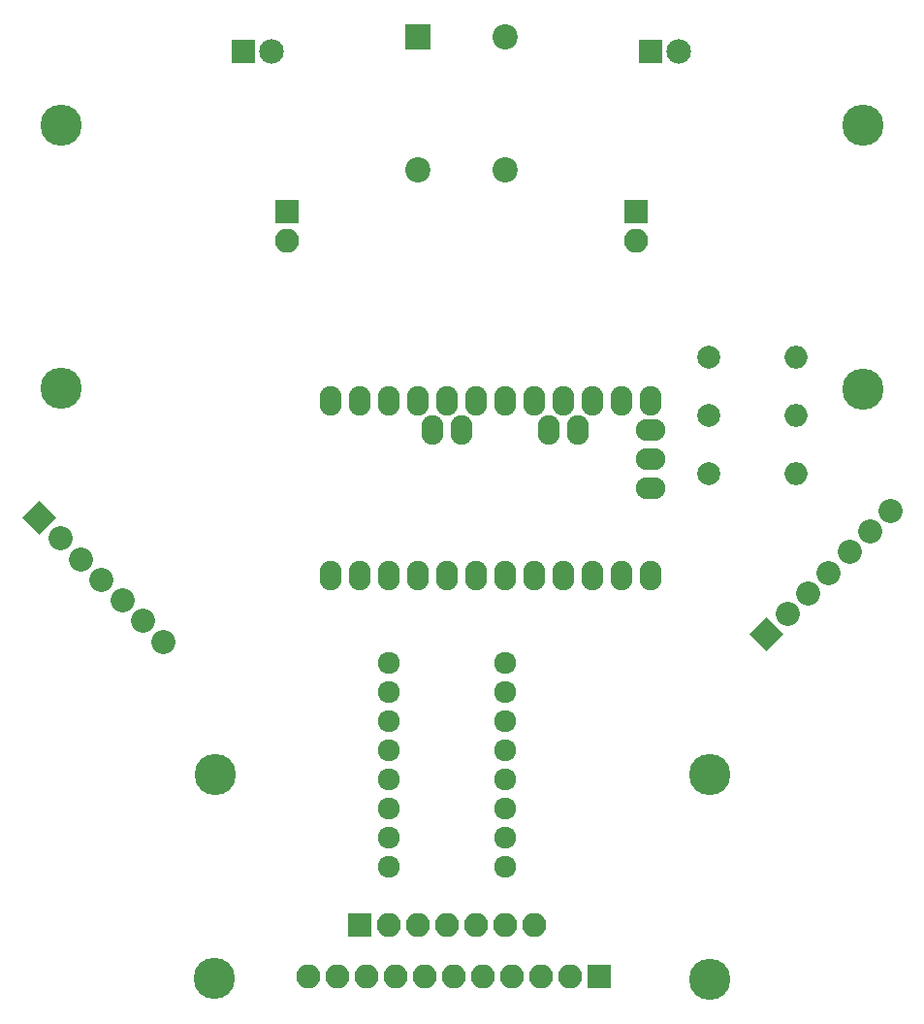
<source format=gbs>
G04 #@! TF.FileFunction,Soldermask,Bot*
%FSLAX46Y46*%
G04 Gerber Fmt 4.6, Leading zero omitted, Abs format (unit mm)*
G04 Created by KiCad (PCBNEW 4.0.2+dfsg1-stable) date Wed 12 Sep 2018 10:04:51 PM CEST*
%MOMM*%
G01*
G04 APERTURE LIST*
%ADD10C,0.100000*%
%ADD11C,3.600000*%
%ADD12O,1.901140X2.599640*%
%ADD13O,2.599640X1.901140*%
%ADD14R,2.100000X2.100000*%
%ADD15O,2.100000X2.100000*%
%ADD16C,2.000000*%
%ADD17O,2.000000X2.000000*%
%ADD18C,1.924000*%
%ADD19C,2.200000*%
%ADD20R,2.200000X2.200000*%
%ADD21C,2.100000*%
%ADD22R,2.150000X2.150000*%
%ADD23C,2.150000*%
G04 APERTURE END LIST*
D10*
D11*
X113093500Y-122758200D03*
D12*
X99060000Y-92710000D03*
X101600000Y-92710000D03*
X80010000Y-105410000D03*
X82550000Y-105410000D03*
X85090000Y-105410000D03*
X87630000Y-105410000D03*
X90170000Y-105410000D03*
X92710000Y-105410000D03*
X95250000Y-105410000D03*
X97790000Y-105410000D03*
X100330000Y-105410000D03*
X102870000Y-105410000D03*
X105410000Y-105410000D03*
X107950000Y-105410000D03*
X107950000Y-90170000D03*
X105410000Y-90170000D03*
X102870000Y-90170000D03*
X100330000Y-90170000D03*
X97790000Y-90170000D03*
X95250000Y-90170000D03*
X92710000Y-90170000D03*
X90170000Y-90170000D03*
X87630000Y-90170000D03*
X85090000Y-90170000D03*
X82550000Y-90170000D03*
X80010000Y-90170000D03*
X91440000Y-92710000D03*
X88900000Y-92710000D03*
D13*
X107950000Y-92710000D03*
X107950000Y-95250000D03*
X107950000Y-97790000D03*
D14*
X103505000Y-140335000D03*
D15*
X100965000Y-140335000D03*
X98425000Y-140335000D03*
X95885000Y-140335000D03*
X93345000Y-140335000D03*
X90805000Y-140335000D03*
X88265000Y-140335000D03*
X85725000Y-140335000D03*
X83185000Y-140335000D03*
X80645000Y-140335000D03*
X78105000Y-140335000D03*
D14*
X76200000Y-73660000D03*
D15*
X76200000Y-76200000D03*
D14*
X106680000Y-73660000D03*
D15*
X106680000Y-76200000D03*
D16*
X113030000Y-86360000D03*
D17*
X120650000Y-86360000D03*
D16*
X113030000Y-96520000D03*
D17*
X120650000Y-96520000D03*
D16*
X113030000Y-91440000D03*
D17*
X120650000Y-91440000D03*
D18*
X85090000Y-113030000D03*
X85090000Y-115570000D03*
X85090000Y-118110000D03*
X85090000Y-120650000D03*
X85090000Y-123190000D03*
X85090000Y-125730000D03*
X85090000Y-128270000D03*
X85090000Y-130810000D03*
X95250000Y-113030000D03*
X95250000Y-115570000D03*
X95250000Y-118110000D03*
X95250000Y-120650000D03*
X95250000Y-125730000D03*
X95250000Y-123190000D03*
X95250000Y-128270000D03*
X95250000Y-130810000D03*
D19*
X95250000Y-58420000D03*
X95250000Y-70020000D03*
D20*
X87650000Y-58420000D03*
D19*
X87650000Y-70020000D03*
D10*
G36*
X119594924Y-110490000D02*
X118110000Y-111974924D01*
X116625076Y-110490000D01*
X118110000Y-109005076D01*
X119594924Y-110490000D01*
X119594924Y-110490000D01*
G37*
D21*
X119906051Y-108693949D02*
X119906051Y-108693949D01*
X121702102Y-106897898D02*
X121702102Y-106897898D01*
X123498154Y-105101846D02*
X123498154Y-105101846D01*
X125294205Y-103305795D02*
X125294205Y-103305795D01*
X127090256Y-101509744D02*
X127090256Y-101509744D01*
X128886307Y-99713693D02*
X128886307Y-99713693D01*
D14*
X82550000Y-135890000D03*
D15*
X85090000Y-135890000D03*
X87630000Y-135890000D03*
X90170000Y-135890000D03*
X92710000Y-135890000D03*
X95250000Y-135890000D03*
X97790000Y-135890000D03*
D10*
G36*
X54610000Y-101814924D02*
X53125076Y-100330000D01*
X54610000Y-98845076D01*
X56094924Y-100330000D01*
X54610000Y-101814924D01*
X54610000Y-101814924D01*
G37*
D21*
X56406051Y-102126051D02*
X56406051Y-102126051D01*
X58202102Y-103922102D02*
X58202102Y-103922102D01*
X59998154Y-105718154D02*
X59998154Y-105718154D01*
X61794205Y-107514205D02*
X61794205Y-107514205D01*
X63590256Y-109310256D02*
X63590256Y-109310256D01*
X65386307Y-111106307D02*
X65386307Y-111106307D01*
D11*
X56515000Y-66078100D03*
X56502300Y-89065100D03*
X126492000Y-66090800D03*
X126492000Y-89103200D03*
X113106200Y-140576300D03*
X69913500Y-122770900D03*
X69900800Y-140538200D03*
D22*
X72390000Y-59690000D03*
D23*
X74890000Y-59690000D03*
D22*
X107950000Y-59690000D03*
D23*
X110450000Y-59690000D03*
M02*

</source>
